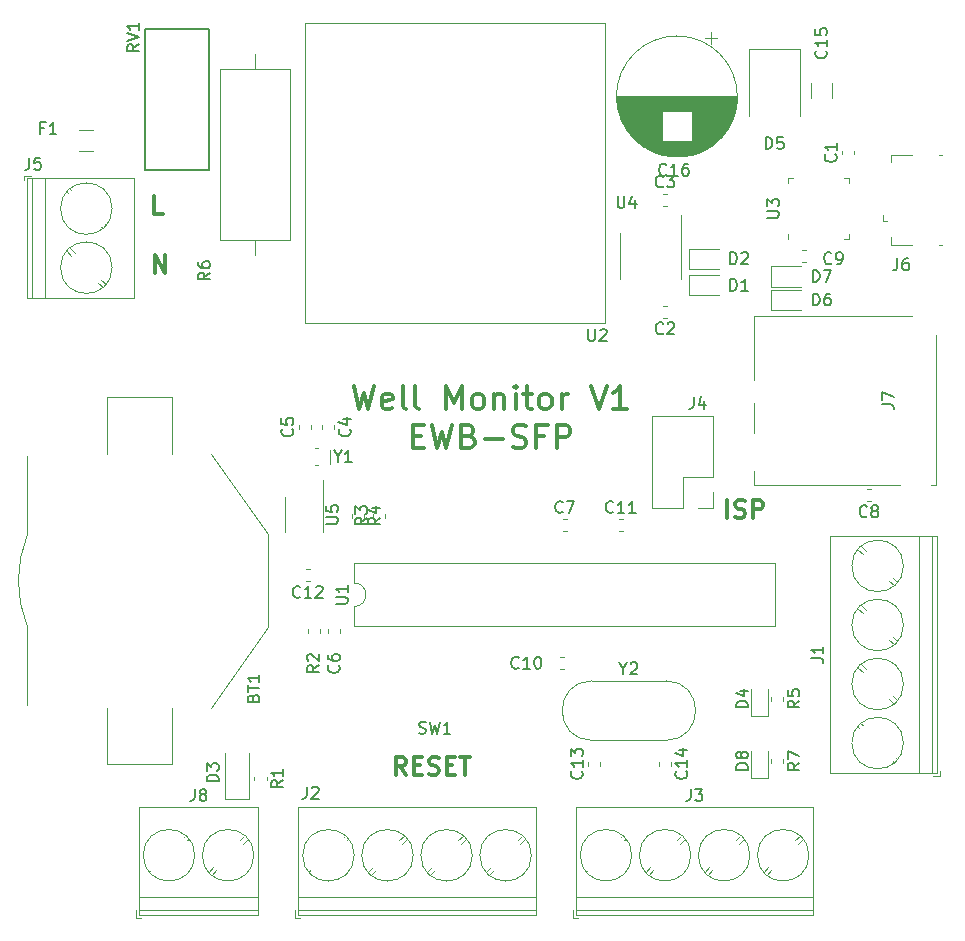
<source format=gbr>
%TF.GenerationSoftware,KiCad,Pcbnew,(5.1.6)-1*%
%TF.CreationDate,2021-11-18T16:20:29-08:00*%
%TF.ProjectId,well-monitor,77656c6c-2d6d-46f6-9e69-746f722e6b69,rev?*%
%TF.SameCoordinates,Original*%
%TF.FileFunction,Legend,Top*%
%TF.FilePolarity,Positive*%
%FSLAX46Y46*%
G04 Gerber Fmt 4.6, Leading zero omitted, Abs format (unit mm)*
G04 Created by KiCad (PCBNEW (5.1.6)-1) date 2021-11-18 16:20:29*
%MOMM*%
%LPD*%
G01*
G04 APERTURE LIST*
%ADD10C,0.300000*%
%ADD11C,0.120000*%
%ADD12C,0.150000*%
G04 APERTURE END LIST*
D10*
X127571428Y-108678571D02*
X127071428Y-107964285D01*
X126714285Y-108678571D02*
X126714285Y-107178571D01*
X127285714Y-107178571D01*
X127428571Y-107250000D01*
X127500000Y-107321428D01*
X127571428Y-107464285D01*
X127571428Y-107678571D01*
X127500000Y-107821428D01*
X127428571Y-107892857D01*
X127285714Y-107964285D01*
X126714285Y-107964285D01*
X128214285Y-107892857D02*
X128714285Y-107892857D01*
X128928571Y-108678571D02*
X128214285Y-108678571D01*
X128214285Y-107178571D01*
X128928571Y-107178571D01*
X129500000Y-108607142D02*
X129714285Y-108678571D01*
X130071428Y-108678571D01*
X130214285Y-108607142D01*
X130285714Y-108535714D01*
X130357142Y-108392857D01*
X130357142Y-108250000D01*
X130285714Y-108107142D01*
X130214285Y-108035714D01*
X130071428Y-107964285D01*
X129785714Y-107892857D01*
X129642857Y-107821428D01*
X129571428Y-107750000D01*
X129500000Y-107607142D01*
X129500000Y-107464285D01*
X129571428Y-107321428D01*
X129642857Y-107250000D01*
X129785714Y-107178571D01*
X130142857Y-107178571D01*
X130357142Y-107250000D01*
X131000000Y-107892857D02*
X131500000Y-107892857D01*
X131714285Y-108678571D02*
X131000000Y-108678571D01*
X131000000Y-107178571D01*
X131714285Y-107178571D01*
X132142857Y-107178571D02*
X133000000Y-107178571D01*
X132571428Y-108678571D02*
X132571428Y-107178571D01*
X123130952Y-75754761D02*
X123607142Y-77754761D01*
X123988095Y-76326190D01*
X124369047Y-77754761D01*
X124845238Y-75754761D01*
X126369047Y-77659523D02*
X126178571Y-77754761D01*
X125797619Y-77754761D01*
X125607142Y-77659523D01*
X125511904Y-77469047D01*
X125511904Y-76707142D01*
X125607142Y-76516666D01*
X125797619Y-76421428D01*
X126178571Y-76421428D01*
X126369047Y-76516666D01*
X126464285Y-76707142D01*
X126464285Y-76897619D01*
X125511904Y-77088095D01*
X127607142Y-77754761D02*
X127416666Y-77659523D01*
X127321428Y-77469047D01*
X127321428Y-75754761D01*
X128654761Y-77754761D02*
X128464285Y-77659523D01*
X128369047Y-77469047D01*
X128369047Y-75754761D01*
X130940476Y-77754761D02*
X130940476Y-75754761D01*
X131607142Y-77183333D01*
X132273809Y-75754761D01*
X132273809Y-77754761D01*
X133511904Y-77754761D02*
X133321428Y-77659523D01*
X133226190Y-77564285D01*
X133130952Y-77373809D01*
X133130952Y-76802380D01*
X133226190Y-76611904D01*
X133321428Y-76516666D01*
X133511904Y-76421428D01*
X133797619Y-76421428D01*
X133988095Y-76516666D01*
X134083333Y-76611904D01*
X134178571Y-76802380D01*
X134178571Y-77373809D01*
X134083333Y-77564285D01*
X133988095Y-77659523D01*
X133797619Y-77754761D01*
X133511904Y-77754761D01*
X135035714Y-76421428D02*
X135035714Y-77754761D01*
X135035714Y-76611904D02*
X135130952Y-76516666D01*
X135321428Y-76421428D01*
X135607142Y-76421428D01*
X135797619Y-76516666D01*
X135892857Y-76707142D01*
X135892857Y-77754761D01*
X136845238Y-77754761D02*
X136845238Y-76421428D01*
X136845238Y-75754761D02*
X136750000Y-75850000D01*
X136845238Y-75945238D01*
X136940476Y-75850000D01*
X136845238Y-75754761D01*
X136845238Y-75945238D01*
X137511904Y-76421428D02*
X138273809Y-76421428D01*
X137797619Y-75754761D02*
X137797619Y-77469047D01*
X137892857Y-77659523D01*
X138083333Y-77754761D01*
X138273809Y-77754761D01*
X139226190Y-77754761D02*
X139035714Y-77659523D01*
X138940476Y-77564285D01*
X138845238Y-77373809D01*
X138845238Y-76802380D01*
X138940476Y-76611904D01*
X139035714Y-76516666D01*
X139226190Y-76421428D01*
X139511904Y-76421428D01*
X139702380Y-76516666D01*
X139797619Y-76611904D01*
X139892857Y-76802380D01*
X139892857Y-77373809D01*
X139797619Y-77564285D01*
X139702380Y-77659523D01*
X139511904Y-77754761D01*
X139226190Y-77754761D01*
X140750000Y-77754761D02*
X140750000Y-76421428D01*
X140750000Y-76802380D02*
X140845238Y-76611904D01*
X140940476Y-76516666D01*
X141130952Y-76421428D01*
X141321428Y-76421428D01*
X143226190Y-75754761D02*
X143892857Y-77754761D01*
X144559523Y-75754761D01*
X146273809Y-77754761D02*
X145130952Y-77754761D01*
X145702380Y-77754761D02*
X145702380Y-75754761D01*
X145511904Y-76040476D01*
X145321428Y-76230952D01*
X145130952Y-76326190D01*
X128130952Y-80007142D02*
X128797619Y-80007142D01*
X129083333Y-81054761D02*
X128130952Y-81054761D01*
X128130952Y-79054761D01*
X129083333Y-79054761D01*
X129750000Y-79054761D02*
X130226190Y-81054761D01*
X130607142Y-79626190D01*
X130988095Y-81054761D01*
X131464285Y-79054761D01*
X132892857Y-80007142D02*
X133178571Y-80102380D01*
X133273809Y-80197619D01*
X133369047Y-80388095D01*
X133369047Y-80673809D01*
X133273809Y-80864285D01*
X133178571Y-80959523D01*
X132988095Y-81054761D01*
X132226190Y-81054761D01*
X132226190Y-79054761D01*
X132892857Y-79054761D01*
X133083333Y-79150000D01*
X133178571Y-79245238D01*
X133273809Y-79435714D01*
X133273809Y-79626190D01*
X133178571Y-79816666D01*
X133083333Y-79911904D01*
X132892857Y-80007142D01*
X132226190Y-80007142D01*
X134226190Y-80292857D02*
X135750000Y-80292857D01*
X136607142Y-80959523D02*
X136892857Y-81054761D01*
X137369047Y-81054761D01*
X137559523Y-80959523D01*
X137654761Y-80864285D01*
X137750000Y-80673809D01*
X137750000Y-80483333D01*
X137654761Y-80292857D01*
X137559523Y-80197619D01*
X137369047Y-80102380D01*
X136988095Y-80007142D01*
X136797619Y-79911904D01*
X136702380Y-79816666D01*
X136607142Y-79626190D01*
X136607142Y-79435714D01*
X136702380Y-79245238D01*
X136797619Y-79150000D01*
X136988095Y-79054761D01*
X137464285Y-79054761D01*
X137750000Y-79150000D01*
X139273809Y-80007142D02*
X138607142Y-80007142D01*
X138607142Y-81054761D02*
X138607142Y-79054761D01*
X139559523Y-79054761D01*
X140321428Y-81054761D02*
X140321428Y-79054761D01*
X141083333Y-79054761D01*
X141273809Y-79150000D01*
X141369047Y-79245238D01*
X141464285Y-79435714D01*
X141464285Y-79721428D01*
X141369047Y-79911904D01*
X141273809Y-80007142D01*
X141083333Y-80102380D01*
X140321428Y-80102380D01*
X154785714Y-86928571D02*
X154785714Y-85428571D01*
X155428571Y-86857142D02*
X155642857Y-86928571D01*
X156000000Y-86928571D01*
X156142857Y-86857142D01*
X156214285Y-86785714D01*
X156285714Y-86642857D01*
X156285714Y-86500000D01*
X156214285Y-86357142D01*
X156142857Y-86285714D01*
X156000000Y-86214285D01*
X155714285Y-86142857D01*
X155571428Y-86071428D01*
X155500000Y-86000000D01*
X155428571Y-85857142D01*
X155428571Y-85714285D01*
X155500000Y-85571428D01*
X155571428Y-85500000D01*
X155714285Y-85428571D01*
X156071428Y-85428571D01*
X156285714Y-85500000D01*
X156928571Y-86928571D02*
X156928571Y-85428571D01*
X157500000Y-85428571D01*
X157642857Y-85500000D01*
X157714285Y-85571428D01*
X157785714Y-85714285D01*
X157785714Y-85928571D01*
X157714285Y-86071428D01*
X157642857Y-86142857D01*
X157500000Y-86214285D01*
X156928571Y-86214285D01*
X106321428Y-66178571D02*
X106321428Y-64678571D01*
X107178571Y-66178571D01*
X107178571Y-64678571D01*
X106964285Y-61178571D02*
X106250000Y-61178571D01*
X106250000Y-59678571D01*
D11*
%TO.C,R7*%
X159510000Y-107337221D02*
X159510000Y-107662779D01*
X158490000Y-107337221D02*
X158490000Y-107662779D01*
%TO.C,D8*%
X156765000Y-106700000D02*
X156765000Y-108985000D01*
X156765000Y-108985000D02*
X158235000Y-108985000D01*
X158235000Y-108985000D02*
X158235000Y-106700000D01*
%TO.C,R6*%
X114750000Y-64680000D02*
X114750000Y-63430000D01*
X114750000Y-47640000D02*
X114750000Y-48890000D01*
X117720000Y-63430000D02*
X117720000Y-48890000D01*
X111780000Y-63430000D02*
X117720000Y-63430000D01*
X111780000Y-48890000D02*
X111780000Y-63430000D01*
X117720000Y-48890000D02*
X111780000Y-48890000D01*
%TO.C,U5*%
X120507512Y-86650000D02*
X120507512Y-83725000D01*
X120507512Y-86650000D02*
X120507512Y-88150000D01*
X117287512Y-86650000D02*
X117287512Y-85150000D01*
X117287512Y-86650000D02*
X117287512Y-88150000D01*
%TO.C,D7*%
X158500000Y-65650000D02*
X161050000Y-65650000D01*
X158500000Y-67350000D02*
X161050000Y-67350000D01*
X158500000Y-65650000D02*
X158500000Y-67350000D01*
%TO.C,D6*%
X158500000Y-67650000D02*
X161050000Y-67650000D01*
X158500000Y-69350000D02*
X161050000Y-69350000D01*
X158500000Y-67650000D02*
X158500000Y-69350000D01*
%TO.C,C15*%
X161840000Y-50147936D02*
X161840000Y-51352064D01*
X163660000Y-50147936D02*
X163660000Y-51352064D01*
%TO.C,J6*%
X167940000Y-61760000D02*
X168330000Y-61760000D01*
X167940000Y-61760000D02*
X167940000Y-61310000D01*
X168640000Y-56190000D02*
X168640000Y-56840000D01*
X170370000Y-56190000D02*
X168640000Y-56190000D01*
X172940000Y-63810000D02*
X172730000Y-63810000D01*
X172940000Y-56190000D02*
X172730000Y-56190000D01*
X170370000Y-63810000D02*
X168640000Y-63810000D01*
X168640000Y-63810000D02*
X168640000Y-63150000D01*
%TO.C,J8*%
X109680000Y-115500000D02*
G75*
G03*
X109680000Y-115500000I-2180000J0D01*
G01*
X114680000Y-115500000D02*
G75*
G03*
X114680000Y-115500000I-2180000J0D01*
G01*
X104940000Y-120100000D02*
X115060000Y-120100000D01*
X104940000Y-119000000D02*
X115060000Y-119000000D01*
X104940000Y-111440000D02*
X115060000Y-111440000D01*
X104940000Y-120560000D02*
X115060000Y-120560000D01*
X104940000Y-111440000D02*
X104940000Y-120560000D01*
X115060000Y-111440000D02*
X115060000Y-120560000D01*
X109154000Y-114112000D02*
X109047000Y-114219000D01*
X106218000Y-117047000D02*
X106112000Y-117154000D01*
X108888000Y-113846000D02*
X108781000Y-113953000D01*
X105952000Y-116781000D02*
X105846000Y-116888000D01*
X114154000Y-114112000D02*
X113759000Y-114508000D01*
X111493000Y-116774000D02*
X111113000Y-117154000D01*
X113888000Y-113846000D02*
X113508000Y-114226000D01*
X111242000Y-116492000D02*
X110847000Y-116888000D01*
X104700000Y-120160000D02*
X104700000Y-120800000D01*
X104700000Y-120800000D02*
X105100000Y-120800000D01*
%TO.C,J5*%
X102680000Y-60750000D02*
G75*
G03*
X102680000Y-60750000I-2180000J0D01*
G01*
X102680000Y-65750000D02*
G75*
G03*
X102680000Y-65750000I-2180000J0D01*
G01*
X95900000Y-58190000D02*
X95900000Y-68310000D01*
X97000000Y-58190000D02*
X97000000Y-68310000D01*
X104560000Y-58190000D02*
X104560000Y-68310000D01*
X95440000Y-58190000D02*
X95440000Y-68310000D01*
X104560000Y-58190000D02*
X95440000Y-58190000D01*
X104560000Y-68310000D02*
X95440000Y-68310000D01*
X101888000Y-62404000D02*
X101781000Y-62297000D01*
X98953000Y-59468000D02*
X98846000Y-59362000D01*
X102154000Y-62138000D02*
X102047000Y-62031000D01*
X99219000Y-59202000D02*
X99112000Y-59096000D01*
X101888000Y-67404000D02*
X101492000Y-67009000D01*
X99226000Y-64743000D02*
X98846000Y-64363000D01*
X102154000Y-67138000D02*
X101774000Y-66758000D01*
X99508000Y-64492000D02*
X99112000Y-64097000D01*
X95840000Y-57950000D02*
X95200000Y-57950000D01*
X95200000Y-57950000D02*
X95200000Y-58350000D01*
%TO.C,J3*%
X141700000Y-120800000D02*
X142100000Y-120800000D01*
X141700000Y-120160000D02*
X141700000Y-120800000D01*
X158242000Y-116492000D02*
X157847000Y-116888000D01*
X160888000Y-113846000D02*
X160508000Y-114226000D01*
X158493000Y-116774000D02*
X158113000Y-117154000D01*
X161154000Y-114112000D02*
X160759000Y-114508000D01*
X153242000Y-116492000D02*
X152847000Y-116888000D01*
X155888000Y-113846000D02*
X155508000Y-114226000D01*
X153493000Y-116774000D02*
X153113000Y-117154000D01*
X156154000Y-114112000D02*
X155759000Y-114508000D01*
X148242000Y-116492000D02*
X147847000Y-116888000D01*
X150888000Y-113846000D02*
X150508000Y-114226000D01*
X148493000Y-116774000D02*
X148113000Y-117154000D01*
X151154000Y-114112000D02*
X150759000Y-114508000D01*
X142952000Y-116781000D02*
X142846000Y-116888000D01*
X145888000Y-113846000D02*
X145781000Y-113953000D01*
X143218000Y-117047000D02*
X143112000Y-117154000D01*
X146154000Y-114112000D02*
X146047000Y-114219000D01*
X162061000Y-111440000D02*
X162061000Y-120560000D01*
X141940000Y-111440000D02*
X141940000Y-120560000D01*
X141940000Y-120560000D02*
X162061000Y-120560000D01*
X141940000Y-111440000D02*
X162061000Y-111440000D01*
X141940000Y-119000000D02*
X162061000Y-119000000D01*
X141940000Y-120100000D02*
X162061000Y-120100000D01*
X161680000Y-115500000D02*
G75*
G03*
X161680000Y-115500000I-2180000J0D01*
G01*
X156680000Y-115500000D02*
G75*
G03*
X156680000Y-115500000I-2180000J0D01*
G01*
X151680000Y-115500000D02*
G75*
G03*
X151680000Y-115500000I-2180000J0D01*
G01*
X146680000Y-115500000D02*
G75*
G03*
X146680000Y-115500000I-2180000J0D01*
G01*
%TO.C,J2*%
X118200000Y-120800000D02*
X118600000Y-120800000D01*
X118200000Y-120160000D02*
X118200000Y-120800000D01*
X134742000Y-116492000D02*
X134347000Y-116888000D01*
X137388000Y-113846000D02*
X137008000Y-114226000D01*
X134993000Y-116774000D02*
X134613000Y-117154000D01*
X137654000Y-114112000D02*
X137259000Y-114508000D01*
X129742000Y-116492000D02*
X129347000Y-116888000D01*
X132388000Y-113846000D02*
X132008000Y-114226000D01*
X129993000Y-116774000D02*
X129613000Y-117154000D01*
X132654000Y-114112000D02*
X132259000Y-114508000D01*
X124742000Y-116492000D02*
X124347000Y-116888000D01*
X127388000Y-113846000D02*
X127008000Y-114226000D01*
X124993000Y-116774000D02*
X124613000Y-117154000D01*
X127654000Y-114112000D02*
X127259000Y-114508000D01*
X119452000Y-116781000D02*
X119346000Y-116888000D01*
X122388000Y-113846000D02*
X122281000Y-113953000D01*
X119718000Y-117047000D02*
X119612000Y-117154000D01*
X122654000Y-114112000D02*
X122547000Y-114219000D01*
X138561000Y-111440000D02*
X138561000Y-120560000D01*
X118440000Y-111440000D02*
X118440000Y-120560000D01*
X118440000Y-120560000D02*
X138561000Y-120560000D01*
X118440000Y-111440000D02*
X138561000Y-111440000D01*
X118440000Y-119000000D02*
X138561000Y-119000000D01*
X118440000Y-120100000D02*
X138561000Y-120100000D01*
X138180000Y-115500000D02*
G75*
G03*
X138180000Y-115500000I-2180000J0D01*
G01*
X133180000Y-115500000D02*
G75*
G03*
X133180000Y-115500000I-2180000J0D01*
G01*
X128180000Y-115500000D02*
G75*
G03*
X128180000Y-115500000I-2180000J0D01*
G01*
X123180000Y-115500000D02*
G75*
G03*
X123180000Y-115500000I-2180000J0D01*
G01*
%TO.C,J1*%
X172800000Y-108800000D02*
X172800000Y-108400000D01*
X172160000Y-108800000D02*
X172800000Y-108800000D01*
X168492000Y-92258000D02*
X168888000Y-92653000D01*
X165846000Y-89612000D02*
X166226000Y-89992000D01*
X168774000Y-92007000D02*
X169154000Y-92387000D01*
X166112000Y-89346000D02*
X166508000Y-89741000D01*
X168492000Y-97258000D02*
X168888000Y-97653000D01*
X165846000Y-94612000D02*
X166226000Y-94992000D01*
X168774000Y-97007000D02*
X169154000Y-97387000D01*
X166112000Y-94346000D02*
X166508000Y-94741000D01*
X168492000Y-102258000D02*
X168888000Y-102653000D01*
X165846000Y-99612000D02*
X166226000Y-99992000D01*
X168774000Y-102007000D02*
X169154000Y-102387000D01*
X166112000Y-99346000D02*
X166508000Y-99741000D01*
X168781000Y-107548000D02*
X168888000Y-107654000D01*
X165846000Y-104612000D02*
X165953000Y-104719000D01*
X169047000Y-107282000D02*
X169154000Y-107388000D01*
X166112000Y-104346000D02*
X166219000Y-104453000D01*
X163440000Y-88439000D02*
X172560000Y-88439000D01*
X163440000Y-108560000D02*
X172560000Y-108560000D01*
X172560000Y-108560000D02*
X172560000Y-88439000D01*
X163440000Y-108560000D02*
X163440000Y-88439000D01*
X171000000Y-108560000D02*
X171000000Y-88439000D01*
X172100000Y-108560000D02*
X172100000Y-88439000D01*
X169680000Y-91000000D02*
G75*
G03*
X169680000Y-91000000I-2180000J0D01*
G01*
X169680000Y-96000000D02*
G75*
G03*
X169680000Y-96000000I-2180000J0D01*
G01*
X169680000Y-101000000D02*
G75*
G03*
X169680000Y-101000000I-2180000J0D01*
G01*
X169680000Y-106000000D02*
G75*
G03*
X169680000Y-106000000I-2180000J0D01*
G01*
%TO.C,BT1*%
X102250000Y-76700000D02*
X102250000Y-81500000D01*
X107750000Y-76700000D02*
X102250000Y-76700000D01*
X107750000Y-81500000D02*
X107750000Y-76700000D01*
X107750000Y-107800000D02*
X107750000Y-103000000D01*
X102250000Y-107800000D02*
X107750000Y-107800000D01*
X102250000Y-103000000D02*
X102250000Y-107800000D01*
X95500000Y-81700000D02*
X95500000Y-88400000D01*
X95500000Y-102800000D02*
X95500000Y-96100000D01*
X115850000Y-88300000D02*
X111050000Y-81500000D01*
X115850000Y-96200000D02*
X115850000Y-88300000D01*
X111050000Y-103050000D02*
X115850000Y-96200000D01*
X95498536Y-96096385D02*
G75*
G02*
X95500000Y-88400000I9501464J3846385D01*
G01*
D12*
%TO.C,RV1*%
X105500000Y-57500000D02*
X110900000Y-57500000D01*
X105500000Y-45500000D02*
X110900000Y-45500000D01*
X105500000Y-57500000D02*
X105500000Y-45500000D01*
X110900000Y-57500000D02*
X110900000Y-45500000D01*
D11*
%TO.C,D5*%
X160900000Y-47200000D02*
X160900000Y-52900000D01*
X156600000Y-47200000D02*
X156600000Y-52900000D01*
X160900000Y-47200000D02*
X156600000Y-47200000D01*
%TO.C,C16*%
X153875000Y-46270354D02*
X152875000Y-46270354D01*
X153375000Y-45770354D02*
X153375000Y-46770354D01*
X151099000Y-56331000D02*
X149901000Y-56331000D01*
X151362000Y-56291000D02*
X149638000Y-56291000D01*
X151562000Y-56251000D02*
X149438000Y-56251000D01*
X151730000Y-56211000D02*
X149270000Y-56211000D01*
X151878000Y-56171000D02*
X149122000Y-56171000D01*
X152010000Y-56131000D02*
X148990000Y-56131000D01*
X152130000Y-56091000D02*
X148870000Y-56091000D01*
X152242000Y-56051000D02*
X148758000Y-56051000D01*
X152346000Y-56011000D02*
X148654000Y-56011000D01*
X152444000Y-55971000D02*
X148556000Y-55971000D01*
X152537000Y-55931000D02*
X148463000Y-55931000D01*
X152625000Y-55891000D02*
X148375000Y-55891000D01*
X152709000Y-55851000D02*
X148291000Y-55851000D01*
X152789000Y-55811000D02*
X148211000Y-55811000D01*
X152865000Y-55771000D02*
X148135000Y-55771000D01*
X152939000Y-55731000D02*
X148061000Y-55731000D01*
X153010000Y-55691000D02*
X147990000Y-55691000D01*
X153079000Y-55651000D02*
X147921000Y-55651000D01*
X153145000Y-55611000D02*
X147855000Y-55611000D01*
X153209000Y-55571000D02*
X147791000Y-55571000D01*
X153270000Y-55531000D02*
X147730000Y-55531000D01*
X153330000Y-55491000D02*
X147670000Y-55491000D01*
X153389000Y-55451000D02*
X147611000Y-55451000D01*
X153445000Y-55411000D02*
X147555000Y-55411000D01*
X153500000Y-55371000D02*
X147500000Y-55371000D01*
X153554000Y-55331000D02*
X147446000Y-55331000D01*
X153606000Y-55291000D02*
X147394000Y-55291000D01*
X153656000Y-55251000D02*
X147344000Y-55251000D01*
X153706000Y-55211000D02*
X147294000Y-55211000D01*
X153754000Y-55171000D02*
X147246000Y-55171000D01*
X153801000Y-55131000D02*
X147199000Y-55131000D01*
X153847000Y-55091000D02*
X147153000Y-55091000D01*
X153892000Y-55051000D02*
X147108000Y-55051000D01*
X153936000Y-55011000D02*
X147064000Y-55011000D01*
X149259000Y-54971000D02*
X147022000Y-54971000D01*
X153978000Y-54971000D02*
X151741000Y-54971000D01*
X149259000Y-54931000D02*
X146980000Y-54931000D01*
X154020000Y-54931000D02*
X151741000Y-54931000D01*
X149259000Y-54891000D02*
X146939000Y-54891000D01*
X154061000Y-54891000D02*
X151741000Y-54891000D01*
X149259000Y-54851000D02*
X146899000Y-54851000D01*
X154101000Y-54851000D02*
X151741000Y-54851000D01*
X149259000Y-54811000D02*
X146860000Y-54811000D01*
X154140000Y-54811000D02*
X151741000Y-54811000D01*
X149259000Y-54771000D02*
X146821000Y-54771000D01*
X154179000Y-54771000D02*
X151741000Y-54771000D01*
X149259000Y-54731000D02*
X146784000Y-54731000D01*
X154216000Y-54731000D02*
X151741000Y-54731000D01*
X149259000Y-54691000D02*
X146747000Y-54691000D01*
X154253000Y-54691000D02*
X151741000Y-54691000D01*
X149259000Y-54651000D02*
X146711000Y-54651000D01*
X154289000Y-54651000D02*
X151741000Y-54651000D01*
X149259000Y-54611000D02*
X146676000Y-54611000D01*
X154324000Y-54611000D02*
X151741000Y-54611000D01*
X149259000Y-54571000D02*
X146642000Y-54571000D01*
X154358000Y-54571000D02*
X151741000Y-54571000D01*
X149259000Y-54531000D02*
X146608000Y-54531000D01*
X154392000Y-54531000D02*
X151741000Y-54531000D01*
X149259000Y-54491000D02*
X146575000Y-54491000D01*
X154425000Y-54491000D02*
X151741000Y-54491000D01*
X149259000Y-54451000D02*
X146543000Y-54451000D01*
X154457000Y-54451000D02*
X151741000Y-54451000D01*
X149259000Y-54411000D02*
X146511000Y-54411000D01*
X154489000Y-54411000D02*
X151741000Y-54411000D01*
X149259000Y-54371000D02*
X146480000Y-54371000D01*
X154520000Y-54371000D02*
X151741000Y-54371000D01*
X149259000Y-54331000D02*
X146450000Y-54331000D01*
X154550000Y-54331000D02*
X151741000Y-54331000D01*
X149259000Y-54291000D02*
X146420000Y-54291000D01*
X154580000Y-54291000D02*
X151741000Y-54291000D01*
X149259000Y-54251000D02*
X146390000Y-54251000D01*
X154610000Y-54251000D02*
X151741000Y-54251000D01*
X149259000Y-54211000D02*
X146362000Y-54211000D01*
X154638000Y-54211000D02*
X151741000Y-54211000D01*
X149259000Y-54171000D02*
X146334000Y-54171000D01*
X154666000Y-54171000D02*
X151741000Y-54171000D01*
X149259000Y-54131000D02*
X146306000Y-54131000D01*
X154694000Y-54131000D02*
X151741000Y-54131000D01*
X149259000Y-54091000D02*
X146279000Y-54091000D01*
X154721000Y-54091000D02*
X151741000Y-54091000D01*
X149259000Y-54051000D02*
X146253000Y-54051000D01*
X154747000Y-54051000D02*
X151741000Y-54051000D01*
X149259000Y-54011000D02*
X146227000Y-54011000D01*
X154773000Y-54011000D02*
X151741000Y-54011000D01*
X149259000Y-53971000D02*
X146202000Y-53971000D01*
X154798000Y-53971000D02*
X151741000Y-53971000D01*
X149259000Y-53931000D02*
X146177000Y-53931000D01*
X154823000Y-53931000D02*
X151741000Y-53931000D01*
X149259000Y-53891000D02*
X146153000Y-53891000D01*
X154847000Y-53891000D02*
X151741000Y-53891000D01*
X149259000Y-53851000D02*
X146129000Y-53851000D01*
X154871000Y-53851000D02*
X151741000Y-53851000D01*
X149259000Y-53811000D02*
X146105000Y-53811000D01*
X154895000Y-53811000D02*
X151741000Y-53811000D01*
X149259000Y-53771000D02*
X146083000Y-53771000D01*
X154917000Y-53771000D02*
X151741000Y-53771000D01*
X149259000Y-53731000D02*
X146060000Y-53731000D01*
X154940000Y-53731000D02*
X151741000Y-53731000D01*
X149259000Y-53691000D02*
X146038000Y-53691000D01*
X154962000Y-53691000D02*
X151741000Y-53691000D01*
X149259000Y-53651000D02*
X146017000Y-53651000D01*
X154983000Y-53651000D02*
X151741000Y-53651000D01*
X149259000Y-53611000D02*
X145996000Y-53611000D01*
X155004000Y-53611000D02*
X151741000Y-53611000D01*
X149259000Y-53571000D02*
X145975000Y-53571000D01*
X155025000Y-53571000D02*
X151741000Y-53571000D01*
X149259000Y-53531000D02*
X145955000Y-53531000D01*
X155045000Y-53531000D02*
X151741000Y-53531000D01*
X149259000Y-53491000D02*
X145936000Y-53491000D01*
X155064000Y-53491000D02*
X151741000Y-53491000D01*
X149259000Y-53451000D02*
X145916000Y-53451000D01*
X155084000Y-53451000D02*
X151741000Y-53451000D01*
X149259000Y-53411000D02*
X145897000Y-53411000D01*
X155103000Y-53411000D02*
X151741000Y-53411000D01*
X149259000Y-53371000D02*
X145879000Y-53371000D01*
X155121000Y-53371000D02*
X151741000Y-53371000D01*
X149259000Y-53331000D02*
X145861000Y-53331000D01*
X155139000Y-53331000D02*
X151741000Y-53331000D01*
X149259000Y-53291000D02*
X145843000Y-53291000D01*
X155157000Y-53291000D02*
X151741000Y-53291000D01*
X149259000Y-53251000D02*
X145826000Y-53251000D01*
X155174000Y-53251000D02*
X151741000Y-53251000D01*
X149259000Y-53211000D02*
X145810000Y-53211000D01*
X155190000Y-53211000D02*
X151741000Y-53211000D01*
X149259000Y-53171000D02*
X145793000Y-53171000D01*
X155207000Y-53171000D02*
X151741000Y-53171000D01*
X149259000Y-53131000D02*
X145777000Y-53131000D01*
X155223000Y-53131000D02*
X151741000Y-53131000D01*
X149259000Y-53091000D02*
X145762000Y-53091000D01*
X155238000Y-53091000D02*
X151741000Y-53091000D01*
X149259000Y-53051000D02*
X145746000Y-53051000D01*
X155254000Y-53051000D02*
X151741000Y-53051000D01*
X149259000Y-53011000D02*
X145732000Y-53011000D01*
X155268000Y-53011000D02*
X151741000Y-53011000D01*
X149259000Y-52971000D02*
X145717000Y-52971000D01*
X155283000Y-52971000D02*
X151741000Y-52971000D01*
X149259000Y-52931000D02*
X145703000Y-52931000D01*
X155297000Y-52931000D02*
X151741000Y-52931000D01*
X149259000Y-52891000D02*
X145689000Y-52891000D01*
X155311000Y-52891000D02*
X151741000Y-52891000D01*
X149259000Y-52851000D02*
X145676000Y-52851000D01*
X155324000Y-52851000D02*
X151741000Y-52851000D01*
X149259000Y-52811000D02*
X145663000Y-52811000D01*
X155337000Y-52811000D02*
X151741000Y-52811000D01*
X149259000Y-52771000D02*
X145650000Y-52771000D01*
X155350000Y-52771000D02*
X151741000Y-52771000D01*
X149259000Y-52731000D02*
X145638000Y-52731000D01*
X155362000Y-52731000D02*
X151741000Y-52731000D01*
X149259000Y-52691000D02*
X145626000Y-52691000D01*
X155374000Y-52691000D02*
X151741000Y-52691000D01*
X149259000Y-52651000D02*
X145615000Y-52651000D01*
X155385000Y-52651000D02*
X151741000Y-52651000D01*
X149259000Y-52611000D02*
X145603000Y-52611000D01*
X155397000Y-52611000D02*
X151741000Y-52611000D01*
X149259000Y-52571000D02*
X145593000Y-52571000D01*
X155407000Y-52571000D02*
X151741000Y-52571000D01*
X149259000Y-52531000D02*
X145582000Y-52531000D01*
X155418000Y-52531000D02*
X151741000Y-52531000D01*
X155428000Y-52491000D02*
X145572000Y-52491000D01*
X155438000Y-52451000D02*
X145562000Y-52451000D01*
X155447000Y-52411000D02*
X145553000Y-52411000D01*
X155456000Y-52371000D02*
X145544000Y-52371000D01*
X155465000Y-52331000D02*
X145535000Y-52331000D01*
X155474000Y-52291000D02*
X145526000Y-52291000D01*
X155482000Y-52251000D02*
X145518000Y-52251000D01*
X155490000Y-52211000D02*
X145510000Y-52211000D01*
X155497000Y-52171000D02*
X145503000Y-52171000D01*
X155504000Y-52131000D02*
X145496000Y-52131000D01*
X155511000Y-52091000D02*
X145489000Y-52091000D01*
X155518000Y-52051000D02*
X145482000Y-52051000D01*
X155524000Y-52011000D02*
X145476000Y-52011000D01*
X155530000Y-51971000D02*
X145470000Y-51971000D01*
X155535000Y-51930000D02*
X145465000Y-51930000D01*
X155540000Y-51890000D02*
X145460000Y-51890000D01*
X155545000Y-51850000D02*
X145455000Y-51850000D01*
X155550000Y-51810000D02*
X145450000Y-51810000D01*
X155554000Y-51770000D02*
X145446000Y-51770000D01*
X155558000Y-51730000D02*
X145442000Y-51730000D01*
X155562000Y-51690000D02*
X145438000Y-51690000D01*
X155565000Y-51650000D02*
X145435000Y-51650000D01*
X155568000Y-51610000D02*
X145432000Y-51610000D01*
X155570000Y-51570000D02*
X145430000Y-51570000D01*
X155573000Y-51530000D02*
X145427000Y-51530000D01*
X155575000Y-51490000D02*
X145425000Y-51490000D01*
X155577000Y-51450000D02*
X145423000Y-51450000D01*
X155578000Y-51410000D02*
X145422000Y-51410000D01*
X155579000Y-51370000D02*
X145421000Y-51370000D01*
X155580000Y-51330000D02*
X145420000Y-51330000D01*
X155580000Y-51290000D02*
X145420000Y-51290000D01*
X155580000Y-51250000D02*
X145420000Y-51250000D01*
X155620000Y-51250000D02*
G75*
G03*
X155620000Y-51250000I-5120000J0D01*
G01*
%TO.C,Y2*%
X143315000Y-105775000D02*
X149565000Y-105775000D01*
X143315000Y-100725000D02*
X149565000Y-100725000D01*
X149565000Y-105775000D02*
G75*
G03*
X149565000Y-100725000I0J2525000D01*
G01*
X143315000Y-105775000D02*
G75*
G02*
X143315000Y-100725000I0J2525000D01*
G01*
%TO.C,Y1*%
X121100000Y-82350000D02*
X121100000Y-81150000D01*
X120100000Y-81050000D02*
X119900000Y-81050000D01*
X120100000Y-82450000D02*
X119900000Y-82450000D01*
%TO.C,U4*%
X150810000Y-64750000D02*
X150810000Y-61300000D01*
X150810000Y-64750000D02*
X150810000Y-66700000D01*
X145690000Y-64750000D02*
X145690000Y-62800000D01*
X145690000Y-64750000D02*
X145690000Y-66700000D01*
%TO.C,U3*%
X159890000Y-62885000D02*
X159890000Y-63360000D01*
X165110000Y-58140000D02*
X164635000Y-58140000D01*
X165110000Y-58615000D02*
X165110000Y-58140000D01*
X165110000Y-63360000D02*
X164635000Y-63360000D01*
X165110000Y-62885000D02*
X165110000Y-63360000D01*
X159890000Y-58140000D02*
X160365000Y-58140000D01*
X159890000Y-58615000D02*
X159890000Y-58140000D01*
%TO.C,U2*%
X119050000Y-70450000D02*
X119050000Y-45050000D01*
X144450000Y-70450000D02*
X119050000Y-70450000D01*
X144450000Y-45050000D02*
X144450000Y-70450000D01*
X119050000Y-45050000D02*
X144450000Y-45050000D01*
%TO.C,R5*%
X158490000Y-102087221D02*
X158490000Y-102412779D01*
X159510000Y-102087221D02*
X159510000Y-102412779D01*
%TO.C,R4*%
X122990000Y-86587221D02*
X122990000Y-86912779D01*
X124010000Y-86587221D02*
X124010000Y-86912779D01*
%TO.C,R3*%
X125760000Y-86912779D02*
X125760000Y-86587221D01*
X124740000Y-86912779D02*
X124740000Y-86587221D01*
%TO.C,R2*%
X119240000Y-96374721D02*
X119240000Y-96700279D01*
X120260000Y-96374721D02*
X120260000Y-96700279D01*
%TO.C,R1*%
X114740000Y-108837221D02*
X114740000Y-109162779D01*
X115760000Y-108837221D02*
X115760000Y-109162779D01*
%TO.C,J7*%
X171990641Y-84124700D02*
X172471600Y-84124700D01*
X172471600Y-84124700D02*
X172471600Y-71431241D01*
X170420162Y-69875300D02*
X157028400Y-69875300D01*
X157028400Y-69875300D02*
X157028400Y-75269560D01*
X157028400Y-84124700D02*
X169420161Y-84124700D01*
X157028400Y-77230440D02*
X157028400Y-79732024D01*
X157028400Y-82930440D02*
X157028400Y-84124700D01*
%TO.C,J4*%
X153580000Y-86080000D02*
X152250000Y-86080000D01*
X153580000Y-84750000D02*
X153580000Y-86080000D01*
X150980000Y-86080000D02*
X148380000Y-86080000D01*
X150980000Y-83480000D02*
X150980000Y-86080000D01*
X153580000Y-83480000D02*
X150980000Y-83480000D01*
X148380000Y-86080000D02*
X148380000Y-78340000D01*
X153580000Y-83480000D02*
X153580000Y-78340000D01*
X153580000Y-78340000D02*
X148380000Y-78340000D01*
%TO.C,F1*%
X101102064Y-54090000D02*
X99897936Y-54090000D01*
X101102064Y-55910000D02*
X99897936Y-55910000D01*
%TO.C,D4*%
X158235000Y-103735000D02*
X158235000Y-101450000D01*
X156765000Y-103735000D02*
X158235000Y-103735000D01*
X156765000Y-101450000D02*
X156765000Y-103735000D01*
%TO.C,D3*%
X112250000Y-110750000D02*
X112250000Y-106850000D01*
X114250000Y-110750000D02*
X114250000Y-106850000D01*
X112250000Y-110750000D02*
X114250000Y-110750000D01*
%TO.C,D2*%
X151500000Y-64150000D02*
X154050000Y-64150000D01*
X151500000Y-65850000D02*
X154050000Y-65850000D01*
X151500000Y-64150000D02*
X151500000Y-65850000D01*
%TO.C,D1*%
X151500000Y-66400000D02*
X154050000Y-66400000D01*
X151500000Y-68100000D02*
X154050000Y-68100000D01*
X151500000Y-66400000D02*
X151500000Y-68100000D01*
%TO.C,C14*%
X148990000Y-107587221D02*
X148990000Y-107912779D01*
X150010000Y-107587221D02*
X150010000Y-107912779D01*
%TO.C,C13*%
X144010000Y-107912779D02*
X144010000Y-107587221D01*
X142990000Y-107912779D02*
X142990000Y-107587221D01*
%TO.C,C12*%
X119087221Y-92260000D02*
X119412779Y-92260000D01*
X119087221Y-91240000D02*
X119412779Y-91240000D01*
%TO.C,C11*%
X145587221Y-88010000D02*
X145912779Y-88010000D01*
X145587221Y-86990000D02*
X145912779Y-86990000D01*
%TO.C,C10*%
X140912779Y-98740000D02*
X140587221Y-98740000D01*
X140912779Y-99760000D02*
X140587221Y-99760000D01*
%TO.C,C9*%
X161412779Y-64240000D02*
X161087221Y-64240000D01*
X161412779Y-65260000D02*
X161087221Y-65260000D01*
%TO.C,C8*%
X166912779Y-84490000D02*
X166587221Y-84490000D01*
X166912779Y-85510000D02*
X166587221Y-85510000D01*
%TO.C,C7*%
X140837221Y-88010000D02*
X141162779Y-88010000D01*
X140837221Y-86990000D02*
X141162779Y-86990000D01*
%TO.C,C6*%
X120990000Y-96337221D02*
X120990000Y-96662779D01*
X122010000Y-96337221D02*
X122010000Y-96662779D01*
%TO.C,C5*%
X119510000Y-79412779D02*
X119510000Y-79087221D01*
X118490000Y-79412779D02*
X118490000Y-79087221D01*
%TO.C,C4*%
X120490000Y-79087221D02*
X120490000Y-79412779D01*
X121510000Y-79087221D02*
X121510000Y-79412779D01*
%TO.C,C3*%
X149662779Y-59490000D02*
X149337221Y-59490000D01*
X149662779Y-60510000D02*
X149337221Y-60510000D01*
%TO.C,C2*%
X149662779Y-68990000D02*
X149337221Y-68990000D01*
X149662779Y-70010000D02*
X149337221Y-70010000D01*
%TO.C,C1*%
X165510000Y-56162779D02*
X165510000Y-55837221D01*
X164490000Y-56162779D02*
X164490000Y-55837221D01*
%TO.C,U1*%
X123170000Y-90790000D02*
X123170000Y-92440000D01*
X158850000Y-90790000D02*
X123170000Y-90790000D01*
X158850000Y-96090000D02*
X158850000Y-90790000D01*
X123170000Y-96090000D02*
X158850000Y-96090000D01*
X123170000Y-94440000D02*
X123170000Y-96090000D01*
X123170000Y-92440000D02*
G75*
G02*
X123170000Y-94440000I0J-1000000D01*
G01*
%TO.C,R7*%
D12*
X160882380Y-107666666D02*
X160406190Y-108000000D01*
X160882380Y-108238095D02*
X159882380Y-108238095D01*
X159882380Y-107857142D01*
X159930000Y-107761904D01*
X159977619Y-107714285D01*
X160072857Y-107666666D01*
X160215714Y-107666666D01*
X160310952Y-107714285D01*
X160358571Y-107761904D01*
X160406190Y-107857142D01*
X160406190Y-108238095D01*
X159882380Y-107333333D02*
X159882380Y-106666666D01*
X160882380Y-107095238D01*
%TO.C,D8*%
X156522380Y-108238095D02*
X155522380Y-108238095D01*
X155522380Y-108000000D01*
X155570000Y-107857142D01*
X155665238Y-107761904D01*
X155760476Y-107714285D01*
X155950952Y-107666666D01*
X156093809Y-107666666D01*
X156284285Y-107714285D01*
X156379523Y-107761904D01*
X156474761Y-107857142D01*
X156522380Y-108000000D01*
X156522380Y-108238095D01*
X155950952Y-107095238D02*
X155903333Y-107190476D01*
X155855714Y-107238095D01*
X155760476Y-107285714D01*
X155712857Y-107285714D01*
X155617619Y-107238095D01*
X155570000Y-107190476D01*
X155522380Y-107095238D01*
X155522380Y-106904761D01*
X155570000Y-106809523D01*
X155617619Y-106761904D01*
X155712857Y-106714285D01*
X155760476Y-106714285D01*
X155855714Y-106761904D01*
X155903333Y-106809523D01*
X155950952Y-106904761D01*
X155950952Y-107095238D01*
X155998571Y-107190476D01*
X156046190Y-107238095D01*
X156141428Y-107285714D01*
X156331904Y-107285714D01*
X156427142Y-107238095D01*
X156474761Y-107190476D01*
X156522380Y-107095238D01*
X156522380Y-106904761D01*
X156474761Y-106809523D01*
X156427142Y-106761904D01*
X156331904Y-106714285D01*
X156141428Y-106714285D01*
X156046190Y-106761904D01*
X155998571Y-106809523D01*
X155950952Y-106904761D01*
%TO.C,R6*%
X110952380Y-66166666D02*
X110476190Y-66500000D01*
X110952380Y-66738095D02*
X109952380Y-66738095D01*
X109952380Y-66357142D01*
X110000000Y-66261904D01*
X110047619Y-66214285D01*
X110142857Y-66166666D01*
X110285714Y-66166666D01*
X110380952Y-66214285D01*
X110428571Y-66261904D01*
X110476190Y-66357142D01*
X110476190Y-66738095D01*
X109952380Y-65309523D02*
X109952380Y-65500000D01*
X110000000Y-65595238D01*
X110047619Y-65642857D01*
X110190476Y-65738095D01*
X110380952Y-65785714D01*
X110761904Y-65785714D01*
X110857142Y-65738095D01*
X110904761Y-65690476D01*
X110952380Y-65595238D01*
X110952380Y-65404761D01*
X110904761Y-65309523D01*
X110857142Y-65261904D01*
X110761904Y-65214285D01*
X110523809Y-65214285D01*
X110428571Y-65261904D01*
X110380952Y-65309523D01*
X110333333Y-65404761D01*
X110333333Y-65595238D01*
X110380952Y-65690476D01*
X110428571Y-65738095D01*
X110523809Y-65785714D01*
%TO.C,U5*%
X120799892Y-87411904D02*
X121609416Y-87411904D01*
X121704654Y-87364285D01*
X121752273Y-87316666D01*
X121799892Y-87221428D01*
X121799892Y-87030952D01*
X121752273Y-86935714D01*
X121704654Y-86888095D01*
X121609416Y-86840476D01*
X120799892Y-86840476D01*
X120799892Y-85888095D02*
X120799892Y-86364285D01*
X121276083Y-86411904D01*
X121228464Y-86364285D01*
X121180845Y-86269047D01*
X121180845Y-86030952D01*
X121228464Y-85935714D01*
X121276083Y-85888095D01*
X121371321Y-85840476D01*
X121609416Y-85840476D01*
X121704654Y-85888095D01*
X121752273Y-85935714D01*
X121799892Y-86030952D01*
X121799892Y-86269047D01*
X121752273Y-86364285D01*
X121704654Y-86411904D01*
%TO.C,D7*%
X162011904Y-66952380D02*
X162011904Y-65952380D01*
X162250000Y-65952380D01*
X162392857Y-66000000D01*
X162488095Y-66095238D01*
X162535714Y-66190476D01*
X162583333Y-66380952D01*
X162583333Y-66523809D01*
X162535714Y-66714285D01*
X162488095Y-66809523D01*
X162392857Y-66904761D01*
X162250000Y-66952380D01*
X162011904Y-66952380D01*
X162916666Y-65952380D02*
X163583333Y-65952380D01*
X163154761Y-66952380D01*
%TO.C,D6*%
X162011904Y-68952380D02*
X162011904Y-67952380D01*
X162250000Y-67952380D01*
X162392857Y-68000000D01*
X162488095Y-68095238D01*
X162535714Y-68190476D01*
X162583333Y-68380952D01*
X162583333Y-68523809D01*
X162535714Y-68714285D01*
X162488095Y-68809523D01*
X162392857Y-68904761D01*
X162250000Y-68952380D01*
X162011904Y-68952380D01*
X163440476Y-67952380D02*
X163250000Y-67952380D01*
X163154761Y-68000000D01*
X163107142Y-68047619D01*
X163011904Y-68190476D01*
X162964285Y-68380952D01*
X162964285Y-68761904D01*
X163011904Y-68857142D01*
X163059523Y-68904761D01*
X163154761Y-68952380D01*
X163345238Y-68952380D01*
X163440476Y-68904761D01*
X163488095Y-68857142D01*
X163535714Y-68761904D01*
X163535714Y-68523809D01*
X163488095Y-68428571D01*
X163440476Y-68380952D01*
X163345238Y-68333333D01*
X163154761Y-68333333D01*
X163059523Y-68380952D01*
X163011904Y-68428571D01*
X162964285Y-68523809D01*
%TO.C,C15*%
X163107142Y-47392857D02*
X163154761Y-47440476D01*
X163202380Y-47583333D01*
X163202380Y-47678571D01*
X163154761Y-47821428D01*
X163059523Y-47916666D01*
X162964285Y-47964285D01*
X162773809Y-48011904D01*
X162630952Y-48011904D01*
X162440476Y-47964285D01*
X162345238Y-47916666D01*
X162250000Y-47821428D01*
X162202380Y-47678571D01*
X162202380Y-47583333D01*
X162250000Y-47440476D01*
X162297619Y-47392857D01*
X163202380Y-46440476D02*
X163202380Y-47011904D01*
X163202380Y-46726190D02*
X162202380Y-46726190D01*
X162345238Y-46821428D01*
X162440476Y-46916666D01*
X162488095Y-47011904D01*
X162202380Y-45535714D02*
X162202380Y-46011904D01*
X162678571Y-46059523D01*
X162630952Y-46011904D01*
X162583333Y-45916666D01*
X162583333Y-45678571D01*
X162630952Y-45583333D01*
X162678571Y-45535714D01*
X162773809Y-45488095D01*
X163011904Y-45488095D01*
X163107142Y-45535714D01*
X163154761Y-45583333D01*
X163202380Y-45678571D01*
X163202380Y-45916666D01*
X163154761Y-46011904D01*
X163107142Y-46059523D01*
%TO.C,J6*%
X169166666Y-64952380D02*
X169166666Y-65666666D01*
X169119047Y-65809523D01*
X169023809Y-65904761D01*
X168880952Y-65952380D01*
X168785714Y-65952380D01*
X170071428Y-64952380D02*
X169880952Y-64952380D01*
X169785714Y-65000000D01*
X169738095Y-65047619D01*
X169642857Y-65190476D01*
X169595238Y-65380952D01*
X169595238Y-65761904D01*
X169642857Y-65857142D01*
X169690476Y-65904761D01*
X169785714Y-65952380D01*
X169976190Y-65952380D01*
X170071428Y-65904761D01*
X170119047Y-65857142D01*
X170166666Y-65761904D01*
X170166666Y-65523809D01*
X170119047Y-65428571D01*
X170071428Y-65380952D01*
X169976190Y-65333333D01*
X169785714Y-65333333D01*
X169690476Y-65380952D01*
X169642857Y-65428571D01*
X169595238Y-65523809D01*
%TO.C,J8*%
X109666666Y-109892380D02*
X109666666Y-110606666D01*
X109619047Y-110749523D01*
X109523809Y-110844761D01*
X109380952Y-110892380D01*
X109285714Y-110892380D01*
X110285714Y-110320952D02*
X110190476Y-110273333D01*
X110142857Y-110225714D01*
X110095238Y-110130476D01*
X110095238Y-110082857D01*
X110142857Y-109987619D01*
X110190476Y-109940000D01*
X110285714Y-109892380D01*
X110476190Y-109892380D01*
X110571428Y-109940000D01*
X110619047Y-109987619D01*
X110666666Y-110082857D01*
X110666666Y-110130476D01*
X110619047Y-110225714D01*
X110571428Y-110273333D01*
X110476190Y-110320952D01*
X110285714Y-110320952D01*
X110190476Y-110368571D01*
X110142857Y-110416190D01*
X110095238Y-110511428D01*
X110095238Y-110701904D01*
X110142857Y-110797142D01*
X110190476Y-110844761D01*
X110285714Y-110892380D01*
X110476190Y-110892380D01*
X110571428Y-110844761D01*
X110619047Y-110797142D01*
X110666666Y-110701904D01*
X110666666Y-110511428D01*
X110619047Y-110416190D01*
X110571428Y-110368571D01*
X110476190Y-110320952D01*
%TO.C,J5*%
X95666666Y-56452380D02*
X95666666Y-57166666D01*
X95619047Y-57309523D01*
X95523809Y-57404761D01*
X95380952Y-57452380D01*
X95285714Y-57452380D01*
X96619047Y-56452380D02*
X96142857Y-56452380D01*
X96095238Y-56928571D01*
X96142857Y-56880952D01*
X96238095Y-56833333D01*
X96476190Y-56833333D01*
X96571428Y-56880952D01*
X96619047Y-56928571D01*
X96666666Y-57023809D01*
X96666666Y-57261904D01*
X96619047Y-57357142D01*
X96571428Y-57404761D01*
X96476190Y-57452380D01*
X96238095Y-57452380D01*
X96142857Y-57404761D01*
X96095238Y-57357142D01*
%TO.C,J3*%
X151666666Y-109892380D02*
X151666666Y-110606666D01*
X151619047Y-110749523D01*
X151523809Y-110844761D01*
X151380952Y-110892380D01*
X151285714Y-110892380D01*
X152047619Y-109892380D02*
X152666666Y-109892380D01*
X152333333Y-110273333D01*
X152476190Y-110273333D01*
X152571428Y-110320952D01*
X152619047Y-110368571D01*
X152666666Y-110463809D01*
X152666666Y-110701904D01*
X152619047Y-110797142D01*
X152571428Y-110844761D01*
X152476190Y-110892380D01*
X152190476Y-110892380D01*
X152095238Y-110844761D01*
X152047619Y-110797142D01*
%TO.C,J2*%
X119166666Y-109702380D02*
X119166666Y-110416666D01*
X119119047Y-110559523D01*
X119023809Y-110654761D01*
X118880952Y-110702380D01*
X118785714Y-110702380D01*
X119595238Y-109797619D02*
X119642857Y-109750000D01*
X119738095Y-109702380D01*
X119976190Y-109702380D01*
X120071428Y-109750000D01*
X120119047Y-109797619D01*
X120166666Y-109892857D01*
X120166666Y-109988095D01*
X120119047Y-110130952D01*
X119547619Y-110702380D01*
X120166666Y-110702380D01*
%TO.C,J1*%
X161892380Y-98833333D02*
X162606666Y-98833333D01*
X162749523Y-98880952D01*
X162844761Y-98976190D01*
X162892380Y-99119047D01*
X162892380Y-99214285D01*
X162892380Y-97833333D02*
X162892380Y-98404761D01*
X162892380Y-98119047D02*
X161892380Y-98119047D01*
X162035238Y-98214285D01*
X162130476Y-98309523D01*
X162178095Y-98404761D01*
%TO.C,BT1*%
X114628571Y-102185714D02*
X114676190Y-102042857D01*
X114723809Y-101995238D01*
X114819047Y-101947619D01*
X114961904Y-101947619D01*
X115057142Y-101995238D01*
X115104761Y-102042857D01*
X115152380Y-102138095D01*
X115152380Y-102519047D01*
X114152380Y-102519047D01*
X114152380Y-102185714D01*
X114200000Y-102090476D01*
X114247619Y-102042857D01*
X114342857Y-101995238D01*
X114438095Y-101995238D01*
X114533333Y-102042857D01*
X114580952Y-102090476D01*
X114628571Y-102185714D01*
X114628571Y-102519047D01*
X114152380Y-101661904D02*
X114152380Y-101090476D01*
X115152380Y-101376190D02*
X114152380Y-101376190D01*
X115152380Y-100233333D02*
X115152380Y-100804761D01*
X115152380Y-100519047D02*
X114152380Y-100519047D01*
X114295238Y-100614285D01*
X114390476Y-100709523D01*
X114438095Y-100804761D01*
%TO.C,RV1*%
X104952380Y-46845238D02*
X104476190Y-47178571D01*
X104952380Y-47416666D02*
X103952380Y-47416666D01*
X103952380Y-47035714D01*
X104000000Y-46940476D01*
X104047619Y-46892857D01*
X104142857Y-46845238D01*
X104285714Y-46845238D01*
X104380952Y-46892857D01*
X104428571Y-46940476D01*
X104476190Y-47035714D01*
X104476190Y-47416666D01*
X103952380Y-46559523D02*
X104952380Y-46226190D01*
X103952380Y-45892857D01*
X104952380Y-45035714D02*
X104952380Y-45607142D01*
X104952380Y-45321428D02*
X103952380Y-45321428D01*
X104095238Y-45416666D01*
X104190476Y-45511904D01*
X104238095Y-45607142D01*
%TO.C,D5*%
X158011904Y-55702380D02*
X158011904Y-54702380D01*
X158250000Y-54702380D01*
X158392857Y-54750000D01*
X158488095Y-54845238D01*
X158535714Y-54940476D01*
X158583333Y-55130952D01*
X158583333Y-55273809D01*
X158535714Y-55464285D01*
X158488095Y-55559523D01*
X158392857Y-55654761D01*
X158250000Y-55702380D01*
X158011904Y-55702380D01*
X159488095Y-54702380D02*
X159011904Y-54702380D01*
X158964285Y-55178571D01*
X159011904Y-55130952D01*
X159107142Y-55083333D01*
X159345238Y-55083333D01*
X159440476Y-55130952D01*
X159488095Y-55178571D01*
X159535714Y-55273809D01*
X159535714Y-55511904D01*
X159488095Y-55607142D01*
X159440476Y-55654761D01*
X159345238Y-55702380D01*
X159107142Y-55702380D01*
X159011904Y-55654761D01*
X158964285Y-55607142D01*
%TO.C,C16*%
X149607142Y-57857142D02*
X149559523Y-57904761D01*
X149416666Y-57952380D01*
X149321428Y-57952380D01*
X149178571Y-57904761D01*
X149083333Y-57809523D01*
X149035714Y-57714285D01*
X148988095Y-57523809D01*
X148988095Y-57380952D01*
X149035714Y-57190476D01*
X149083333Y-57095238D01*
X149178571Y-57000000D01*
X149321428Y-56952380D01*
X149416666Y-56952380D01*
X149559523Y-57000000D01*
X149607142Y-57047619D01*
X150559523Y-57952380D02*
X149988095Y-57952380D01*
X150273809Y-57952380D02*
X150273809Y-56952380D01*
X150178571Y-57095238D01*
X150083333Y-57190476D01*
X149988095Y-57238095D01*
X151416666Y-56952380D02*
X151226190Y-56952380D01*
X151130952Y-57000000D01*
X151083333Y-57047619D01*
X150988095Y-57190476D01*
X150940476Y-57380952D01*
X150940476Y-57761904D01*
X150988095Y-57857142D01*
X151035714Y-57904761D01*
X151130952Y-57952380D01*
X151321428Y-57952380D01*
X151416666Y-57904761D01*
X151464285Y-57857142D01*
X151511904Y-57761904D01*
X151511904Y-57523809D01*
X151464285Y-57428571D01*
X151416666Y-57380952D01*
X151321428Y-57333333D01*
X151130952Y-57333333D01*
X151035714Y-57380952D01*
X150988095Y-57428571D01*
X150940476Y-57523809D01*
%TO.C,Y2*%
X145963809Y-99701190D02*
X145963809Y-100177380D01*
X145630476Y-99177380D02*
X145963809Y-99701190D01*
X146297142Y-99177380D01*
X146582857Y-99272619D02*
X146630476Y-99225000D01*
X146725714Y-99177380D01*
X146963809Y-99177380D01*
X147059047Y-99225000D01*
X147106666Y-99272619D01*
X147154285Y-99367857D01*
X147154285Y-99463095D01*
X147106666Y-99605952D01*
X146535238Y-100177380D01*
X147154285Y-100177380D01*
%TO.C,Y1*%
X121773809Y-81726190D02*
X121773809Y-82202380D01*
X121440476Y-81202380D02*
X121773809Y-81726190D01*
X122107142Y-81202380D01*
X122964285Y-82202380D02*
X122392857Y-82202380D01*
X122678571Y-82202380D02*
X122678571Y-81202380D01*
X122583333Y-81345238D01*
X122488095Y-81440476D01*
X122392857Y-81488095D01*
%TO.C,U4*%
X145488095Y-59702380D02*
X145488095Y-60511904D01*
X145535714Y-60607142D01*
X145583333Y-60654761D01*
X145678571Y-60702380D01*
X145869047Y-60702380D01*
X145964285Y-60654761D01*
X146011904Y-60607142D01*
X146059523Y-60511904D01*
X146059523Y-59702380D01*
X146964285Y-60035714D02*
X146964285Y-60702380D01*
X146726190Y-59654761D02*
X146488095Y-60369047D01*
X147107142Y-60369047D01*
%TO.C,U3*%
X158132380Y-61511904D02*
X158941904Y-61511904D01*
X159037142Y-61464285D01*
X159084761Y-61416666D01*
X159132380Y-61321428D01*
X159132380Y-61130952D01*
X159084761Y-61035714D01*
X159037142Y-60988095D01*
X158941904Y-60940476D01*
X158132380Y-60940476D01*
X158132380Y-60559523D02*
X158132380Y-59940476D01*
X158513333Y-60273809D01*
X158513333Y-60130952D01*
X158560952Y-60035714D01*
X158608571Y-59988095D01*
X158703809Y-59940476D01*
X158941904Y-59940476D01*
X159037142Y-59988095D01*
X159084761Y-60035714D01*
X159132380Y-60130952D01*
X159132380Y-60416666D01*
X159084761Y-60511904D01*
X159037142Y-60559523D01*
%TO.C,U2*%
X142988095Y-70952380D02*
X142988095Y-71761904D01*
X143035714Y-71857142D01*
X143083333Y-71904761D01*
X143178571Y-71952380D01*
X143369047Y-71952380D01*
X143464285Y-71904761D01*
X143511904Y-71857142D01*
X143559523Y-71761904D01*
X143559523Y-70952380D01*
X143988095Y-71047619D02*
X144035714Y-71000000D01*
X144130952Y-70952380D01*
X144369047Y-70952380D01*
X144464285Y-71000000D01*
X144511904Y-71047619D01*
X144559523Y-71142857D01*
X144559523Y-71238095D01*
X144511904Y-71380952D01*
X143940476Y-71952380D01*
X144559523Y-71952380D01*
%TO.C,SW1*%
X128666666Y-105154761D02*
X128809523Y-105202380D01*
X129047619Y-105202380D01*
X129142857Y-105154761D01*
X129190476Y-105107142D01*
X129238095Y-105011904D01*
X129238095Y-104916666D01*
X129190476Y-104821428D01*
X129142857Y-104773809D01*
X129047619Y-104726190D01*
X128857142Y-104678571D01*
X128761904Y-104630952D01*
X128714285Y-104583333D01*
X128666666Y-104488095D01*
X128666666Y-104392857D01*
X128714285Y-104297619D01*
X128761904Y-104250000D01*
X128857142Y-104202380D01*
X129095238Y-104202380D01*
X129238095Y-104250000D01*
X129571428Y-104202380D02*
X129809523Y-105202380D01*
X130000000Y-104488095D01*
X130190476Y-105202380D01*
X130428571Y-104202380D01*
X131333333Y-105202380D02*
X130761904Y-105202380D01*
X131047619Y-105202380D02*
X131047619Y-104202380D01*
X130952380Y-104345238D01*
X130857142Y-104440476D01*
X130761904Y-104488095D01*
%TO.C,R5*%
X160882380Y-102416666D02*
X160406190Y-102750000D01*
X160882380Y-102988095D02*
X159882380Y-102988095D01*
X159882380Y-102607142D01*
X159930000Y-102511904D01*
X159977619Y-102464285D01*
X160072857Y-102416666D01*
X160215714Y-102416666D01*
X160310952Y-102464285D01*
X160358571Y-102511904D01*
X160406190Y-102607142D01*
X160406190Y-102988095D01*
X159882380Y-101511904D02*
X159882380Y-101988095D01*
X160358571Y-102035714D01*
X160310952Y-101988095D01*
X160263333Y-101892857D01*
X160263333Y-101654761D01*
X160310952Y-101559523D01*
X160358571Y-101511904D01*
X160453809Y-101464285D01*
X160691904Y-101464285D01*
X160787142Y-101511904D01*
X160834761Y-101559523D01*
X160882380Y-101654761D01*
X160882380Y-101892857D01*
X160834761Y-101988095D01*
X160787142Y-102035714D01*
%TO.C,R4*%
X125382380Y-86916666D02*
X124906190Y-87250000D01*
X125382380Y-87488095D02*
X124382380Y-87488095D01*
X124382380Y-87107142D01*
X124430000Y-87011904D01*
X124477619Y-86964285D01*
X124572857Y-86916666D01*
X124715714Y-86916666D01*
X124810952Y-86964285D01*
X124858571Y-87011904D01*
X124906190Y-87107142D01*
X124906190Y-87488095D01*
X124715714Y-86059523D02*
X125382380Y-86059523D01*
X124334761Y-86297619D02*
X125049047Y-86535714D01*
X125049047Y-85916666D01*
%TO.C,R3*%
X124272380Y-86916666D02*
X123796190Y-87250000D01*
X124272380Y-87488095D02*
X123272380Y-87488095D01*
X123272380Y-87107142D01*
X123320000Y-87011904D01*
X123367619Y-86964285D01*
X123462857Y-86916666D01*
X123605714Y-86916666D01*
X123700952Y-86964285D01*
X123748571Y-87011904D01*
X123796190Y-87107142D01*
X123796190Y-87488095D01*
X123272380Y-86583333D02*
X123272380Y-85964285D01*
X123653333Y-86297619D01*
X123653333Y-86154761D01*
X123700952Y-86059523D01*
X123748571Y-86011904D01*
X123843809Y-85964285D01*
X124081904Y-85964285D01*
X124177142Y-86011904D01*
X124224761Y-86059523D01*
X124272380Y-86154761D01*
X124272380Y-86440476D01*
X124224761Y-86535714D01*
X124177142Y-86583333D01*
%TO.C,R2*%
X120202380Y-99416666D02*
X119726190Y-99750000D01*
X120202380Y-99988095D02*
X119202380Y-99988095D01*
X119202380Y-99607142D01*
X119250000Y-99511904D01*
X119297619Y-99464285D01*
X119392857Y-99416666D01*
X119535714Y-99416666D01*
X119630952Y-99464285D01*
X119678571Y-99511904D01*
X119726190Y-99607142D01*
X119726190Y-99988095D01*
X119297619Y-99035714D02*
X119250000Y-98988095D01*
X119202380Y-98892857D01*
X119202380Y-98654761D01*
X119250000Y-98559523D01*
X119297619Y-98511904D01*
X119392857Y-98464285D01*
X119488095Y-98464285D01*
X119630952Y-98511904D01*
X120202380Y-99083333D01*
X120202380Y-98464285D01*
%TO.C,R1*%
X117132380Y-109166666D02*
X116656190Y-109500000D01*
X117132380Y-109738095D02*
X116132380Y-109738095D01*
X116132380Y-109357142D01*
X116180000Y-109261904D01*
X116227619Y-109214285D01*
X116322857Y-109166666D01*
X116465714Y-109166666D01*
X116560952Y-109214285D01*
X116608571Y-109261904D01*
X116656190Y-109357142D01*
X116656190Y-109738095D01*
X117132380Y-108214285D02*
X117132380Y-108785714D01*
X117132380Y-108500000D02*
X116132380Y-108500000D01*
X116275238Y-108595238D01*
X116370476Y-108690476D01*
X116418095Y-108785714D01*
%TO.C,J7*%
X167867780Y-77333333D02*
X168582066Y-77333333D01*
X168724923Y-77380952D01*
X168820161Y-77476190D01*
X168867780Y-77619047D01*
X168867780Y-77714285D01*
X167867780Y-76952380D02*
X167867780Y-76285714D01*
X168867780Y-76714285D01*
%TO.C,J4*%
X151916666Y-76702380D02*
X151916666Y-77416666D01*
X151869047Y-77559523D01*
X151773809Y-77654761D01*
X151630952Y-77702380D01*
X151535714Y-77702380D01*
X152821428Y-77035714D02*
X152821428Y-77702380D01*
X152583333Y-76654761D02*
X152345238Y-77369047D01*
X152964285Y-77369047D01*
%TO.C,F1*%
X96916666Y-53928571D02*
X96583333Y-53928571D01*
X96583333Y-54452380D02*
X96583333Y-53452380D01*
X97059523Y-53452380D01*
X97964285Y-54452380D02*
X97392857Y-54452380D01*
X97678571Y-54452380D02*
X97678571Y-53452380D01*
X97583333Y-53595238D01*
X97488095Y-53690476D01*
X97392857Y-53738095D01*
%TO.C,D4*%
X156522380Y-102988095D02*
X155522380Y-102988095D01*
X155522380Y-102750000D01*
X155570000Y-102607142D01*
X155665238Y-102511904D01*
X155760476Y-102464285D01*
X155950952Y-102416666D01*
X156093809Y-102416666D01*
X156284285Y-102464285D01*
X156379523Y-102511904D01*
X156474761Y-102607142D01*
X156522380Y-102750000D01*
X156522380Y-102988095D01*
X155855714Y-101559523D02*
X156522380Y-101559523D01*
X155474761Y-101797619D02*
X156189047Y-102035714D01*
X156189047Y-101416666D01*
%TO.C,D3*%
X111702380Y-109238095D02*
X110702380Y-109238095D01*
X110702380Y-109000000D01*
X110750000Y-108857142D01*
X110845238Y-108761904D01*
X110940476Y-108714285D01*
X111130952Y-108666666D01*
X111273809Y-108666666D01*
X111464285Y-108714285D01*
X111559523Y-108761904D01*
X111654761Y-108857142D01*
X111702380Y-109000000D01*
X111702380Y-109238095D01*
X110702380Y-108333333D02*
X110702380Y-107714285D01*
X111083333Y-108047619D01*
X111083333Y-107904761D01*
X111130952Y-107809523D01*
X111178571Y-107761904D01*
X111273809Y-107714285D01*
X111511904Y-107714285D01*
X111607142Y-107761904D01*
X111654761Y-107809523D01*
X111702380Y-107904761D01*
X111702380Y-108190476D01*
X111654761Y-108285714D01*
X111607142Y-108333333D01*
%TO.C,D2*%
X155011904Y-65452380D02*
X155011904Y-64452380D01*
X155250000Y-64452380D01*
X155392857Y-64500000D01*
X155488095Y-64595238D01*
X155535714Y-64690476D01*
X155583333Y-64880952D01*
X155583333Y-65023809D01*
X155535714Y-65214285D01*
X155488095Y-65309523D01*
X155392857Y-65404761D01*
X155250000Y-65452380D01*
X155011904Y-65452380D01*
X155964285Y-64547619D02*
X156011904Y-64500000D01*
X156107142Y-64452380D01*
X156345238Y-64452380D01*
X156440476Y-64500000D01*
X156488095Y-64547619D01*
X156535714Y-64642857D01*
X156535714Y-64738095D01*
X156488095Y-64880952D01*
X155916666Y-65452380D01*
X156535714Y-65452380D01*
%TO.C,D1*%
X155011904Y-67702380D02*
X155011904Y-66702380D01*
X155250000Y-66702380D01*
X155392857Y-66750000D01*
X155488095Y-66845238D01*
X155535714Y-66940476D01*
X155583333Y-67130952D01*
X155583333Y-67273809D01*
X155535714Y-67464285D01*
X155488095Y-67559523D01*
X155392857Y-67654761D01*
X155250000Y-67702380D01*
X155011904Y-67702380D01*
X156535714Y-67702380D02*
X155964285Y-67702380D01*
X156250000Y-67702380D02*
X156250000Y-66702380D01*
X156154761Y-66845238D01*
X156059523Y-66940476D01*
X155964285Y-66988095D01*
%TO.C,C14*%
X151287142Y-108392857D02*
X151334761Y-108440476D01*
X151382380Y-108583333D01*
X151382380Y-108678571D01*
X151334761Y-108821428D01*
X151239523Y-108916666D01*
X151144285Y-108964285D01*
X150953809Y-109011904D01*
X150810952Y-109011904D01*
X150620476Y-108964285D01*
X150525238Y-108916666D01*
X150430000Y-108821428D01*
X150382380Y-108678571D01*
X150382380Y-108583333D01*
X150430000Y-108440476D01*
X150477619Y-108392857D01*
X151382380Y-107440476D02*
X151382380Y-108011904D01*
X151382380Y-107726190D02*
X150382380Y-107726190D01*
X150525238Y-107821428D01*
X150620476Y-107916666D01*
X150668095Y-108011904D01*
X150715714Y-106583333D02*
X151382380Y-106583333D01*
X150334761Y-106821428D02*
X151049047Y-107059523D01*
X151049047Y-106440476D01*
%TO.C,C13*%
X142427142Y-108392857D02*
X142474761Y-108440476D01*
X142522380Y-108583333D01*
X142522380Y-108678571D01*
X142474761Y-108821428D01*
X142379523Y-108916666D01*
X142284285Y-108964285D01*
X142093809Y-109011904D01*
X141950952Y-109011904D01*
X141760476Y-108964285D01*
X141665238Y-108916666D01*
X141570000Y-108821428D01*
X141522380Y-108678571D01*
X141522380Y-108583333D01*
X141570000Y-108440476D01*
X141617619Y-108392857D01*
X142522380Y-107440476D02*
X142522380Y-108011904D01*
X142522380Y-107726190D02*
X141522380Y-107726190D01*
X141665238Y-107821428D01*
X141760476Y-107916666D01*
X141808095Y-108011904D01*
X141522380Y-107107142D02*
X141522380Y-106488095D01*
X141903333Y-106821428D01*
X141903333Y-106678571D01*
X141950952Y-106583333D01*
X141998571Y-106535714D01*
X142093809Y-106488095D01*
X142331904Y-106488095D01*
X142427142Y-106535714D01*
X142474761Y-106583333D01*
X142522380Y-106678571D01*
X142522380Y-106964285D01*
X142474761Y-107059523D01*
X142427142Y-107107142D01*
%TO.C,C12*%
X118607142Y-93607142D02*
X118559523Y-93654761D01*
X118416666Y-93702380D01*
X118321428Y-93702380D01*
X118178571Y-93654761D01*
X118083333Y-93559523D01*
X118035714Y-93464285D01*
X117988095Y-93273809D01*
X117988095Y-93130952D01*
X118035714Y-92940476D01*
X118083333Y-92845238D01*
X118178571Y-92750000D01*
X118321428Y-92702380D01*
X118416666Y-92702380D01*
X118559523Y-92750000D01*
X118607142Y-92797619D01*
X119559523Y-93702380D02*
X118988095Y-93702380D01*
X119273809Y-93702380D02*
X119273809Y-92702380D01*
X119178571Y-92845238D01*
X119083333Y-92940476D01*
X118988095Y-92988095D01*
X119940476Y-92797619D02*
X119988095Y-92750000D01*
X120083333Y-92702380D01*
X120321428Y-92702380D01*
X120416666Y-92750000D01*
X120464285Y-92797619D01*
X120511904Y-92892857D01*
X120511904Y-92988095D01*
X120464285Y-93130952D01*
X119892857Y-93702380D01*
X120511904Y-93702380D01*
%TO.C,C11*%
X145107142Y-86427142D02*
X145059523Y-86474761D01*
X144916666Y-86522380D01*
X144821428Y-86522380D01*
X144678571Y-86474761D01*
X144583333Y-86379523D01*
X144535714Y-86284285D01*
X144488095Y-86093809D01*
X144488095Y-85950952D01*
X144535714Y-85760476D01*
X144583333Y-85665238D01*
X144678571Y-85570000D01*
X144821428Y-85522380D01*
X144916666Y-85522380D01*
X145059523Y-85570000D01*
X145107142Y-85617619D01*
X146059523Y-86522380D02*
X145488095Y-86522380D01*
X145773809Y-86522380D02*
X145773809Y-85522380D01*
X145678571Y-85665238D01*
X145583333Y-85760476D01*
X145488095Y-85808095D01*
X147011904Y-86522380D02*
X146440476Y-86522380D01*
X146726190Y-86522380D02*
X146726190Y-85522380D01*
X146630952Y-85665238D01*
X146535714Y-85760476D01*
X146440476Y-85808095D01*
%TO.C,C10*%
X137107142Y-99607142D02*
X137059523Y-99654761D01*
X136916666Y-99702380D01*
X136821428Y-99702380D01*
X136678571Y-99654761D01*
X136583333Y-99559523D01*
X136535714Y-99464285D01*
X136488095Y-99273809D01*
X136488095Y-99130952D01*
X136535714Y-98940476D01*
X136583333Y-98845238D01*
X136678571Y-98750000D01*
X136821428Y-98702380D01*
X136916666Y-98702380D01*
X137059523Y-98750000D01*
X137107142Y-98797619D01*
X138059523Y-99702380D02*
X137488095Y-99702380D01*
X137773809Y-99702380D02*
X137773809Y-98702380D01*
X137678571Y-98845238D01*
X137583333Y-98940476D01*
X137488095Y-98988095D01*
X138678571Y-98702380D02*
X138773809Y-98702380D01*
X138869047Y-98750000D01*
X138916666Y-98797619D01*
X138964285Y-98892857D01*
X139011904Y-99083333D01*
X139011904Y-99321428D01*
X138964285Y-99511904D01*
X138916666Y-99607142D01*
X138869047Y-99654761D01*
X138773809Y-99702380D01*
X138678571Y-99702380D01*
X138583333Y-99654761D01*
X138535714Y-99607142D01*
X138488095Y-99511904D01*
X138440476Y-99321428D01*
X138440476Y-99083333D01*
X138488095Y-98892857D01*
X138535714Y-98797619D01*
X138583333Y-98750000D01*
X138678571Y-98702380D01*
%TO.C,C9*%
X163583333Y-65357142D02*
X163535714Y-65404761D01*
X163392857Y-65452380D01*
X163297619Y-65452380D01*
X163154761Y-65404761D01*
X163059523Y-65309523D01*
X163011904Y-65214285D01*
X162964285Y-65023809D01*
X162964285Y-64880952D01*
X163011904Y-64690476D01*
X163059523Y-64595238D01*
X163154761Y-64500000D01*
X163297619Y-64452380D01*
X163392857Y-64452380D01*
X163535714Y-64500000D01*
X163583333Y-64547619D01*
X164059523Y-65452380D02*
X164250000Y-65452380D01*
X164345238Y-65404761D01*
X164392857Y-65357142D01*
X164488095Y-65214285D01*
X164535714Y-65023809D01*
X164535714Y-64642857D01*
X164488095Y-64547619D01*
X164440476Y-64500000D01*
X164345238Y-64452380D01*
X164154761Y-64452380D01*
X164059523Y-64500000D01*
X164011904Y-64547619D01*
X163964285Y-64642857D01*
X163964285Y-64880952D01*
X164011904Y-64976190D01*
X164059523Y-65023809D01*
X164154761Y-65071428D01*
X164345238Y-65071428D01*
X164440476Y-65023809D01*
X164488095Y-64976190D01*
X164535714Y-64880952D01*
%TO.C,C8*%
X166583333Y-86787142D02*
X166535714Y-86834761D01*
X166392857Y-86882380D01*
X166297619Y-86882380D01*
X166154761Y-86834761D01*
X166059523Y-86739523D01*
X166011904Y-86644285D01*
X165964285Y-86453809D01*
X165964285Y-86310952D01*
X166011904Y-86120476D01*
X166059523Y-86025238D01*
X166154761Y-85930000D01*
X166297619Y-85882380D01*
X166392857Y-85882380D01*
X166535714Y-85930000D01*
X166583333Y-85977619D01*
X167154761Y-86310952D02*
X167059523Y-86263333D01*
X167011904Y-86215714D01*
X166964285Y-86120476D01*
X166964285Y-86072857D01*
X167011904Y-85977619D01*
X167059523Y-85930000D01*
X167154761Y-85882380D01*
X167345238Y-85882380D01*
X167440476Y-85930000D01*
X167488095Y-85977619D01*
X167535714Y-86072857D01*
X167535714Y-86120476D01*
X167488095Y-86215714D01*
X167440476Y-86263333D01*
X167345238Y-86310952D01*
X167154761Y-86310952D01*
X167059523Y-86358571D01*
X167011904Y-86406190D01*
X166964285Y-86501428D01*
X166964285Y-86691904D01*
X167011904Y-86787142D01*
X167059523Y-86834761D01*
X167154761Y-86882380D01*
X167345238Y-86882380D01*
X167440476Y-86834761D01*
X167488095Y-86787142D01*
X167535714Y-86691904D01*
X167535714Y-86501428D01*
X167488095Y-86406190D01*
X167440476Y-86358571D01*
X167345238Y-86310952D01*
%TO.C,C7*%
X140833333Y-86427142D02*
X140785714Y-86474761D01*
X140642857Y-86522380D01*
X140547619Y-86522380D01*
X140404761Y-86474761D01*
X140309523Y-86379523D01*
X140261904Y-86284285D01*
X140214285Y-86093809D01*
X140214285Y-85950952D01*
X140261904Y-85760476D01*
X140309523Y-85665238D01*
X140404761Y-85570000D01*
X140547619Y-85522380D01*
X140642857Y-85522380D01*
X140785714Y-85570000D01*
X140833333Y-85617619D01*
X141166666Y-85522380D02*
X141833333Y-85522380D01*
X141404761Y-86522380D01*
%TO.C,C6*%
X121857142Y-99416666D02*
X121904761Y-99464285D01*
X121952380Y-99607142D01*
X121952380Y-99702380D01*
X121904761Y-99845238D01*
X121809523Y-99940476D01*
X121714285Y-99988095D01*
X121523809Y-100035714D01*
X121380952Y-100035714D01*
X121190476Y-99988095D01*
X121095238Y-99940476D01*
X121000000Y-99845238D01*
X120952380Y-99702380D01*
X120952380Y-99607142D01*
X121000000Y-99464285D01*
X121047619Y-99416666D01*
X120952380Y-98559523D02*
X120952380Y-98750000D01*
X121000000Y-98845238D01*
X121047619Y-98892857D01*
X121190476Y-98988095D01*
X121380952Y-99035714D01*
X121761904Y-99035714D01*
X121857142Y-98988095D01*
X121904761Y-98940476D01*
X121952380Y-98845238D01*
X121952380Y-98654761D01*
X121904761Y-98559523D01*
X121857142Y-98511904D01*
X121761904Y-98464285D01*
X121523809Y-98464285D01*
X121428571Y-98511904D01*
X121380952Y-98559523D01*
X121333333Y-98654761D01*
X121333333Y-98845238D01*
X121380952Y-98940476D01*
X121428571Y-98988095D01*
X121523809Y-99035714D01*
%TO.C,C5*%
X117927142Y-79416666D02*
X117974761Y-79464285D01*
X118022380Y-79607142D01*
X118022380Y-79702380D01*
X117974761Y-79845238D01*
X117879523Y-79940476D01*
X117784285Y-79988095D01*
X117593809Y-80035714D01*
X117450952Y-80035714D01*
X117260476Y-79988095D01*
X117165238Y-79940476D01*
X117070000Y-79845238D01*
X117022380Y-79702380D01*
X117022380Y-79607142D01*
X117070000Y-79464285D01*
X117117619Y-79416666D01*
X117022380Y-78511904D02*
X117022380Y-78988095D01*
X117498571Y-79035714D01*
X117450952Y-78988095D01*
X117403333Y-78892857D01*
X117403333Y-78654761D01*
X117450952Y-78559523D01*
X117498571Y-78511904D01*
X117593809Y-78464285D01*
X117831904Y-78464285D01*
X117927142Y-78511904D01*
X117974761Y-78559523D01*
X118022380Y-78654761D01*
X118022380Y-78892857D01*
X117974761Y-78988095D01*
X117927142Y-79035714D01*
%TO.C,C4*%
X122787142Y-79416666D02*
X122834761Y-79464285D01*
X122882380Y-79607142D01*
X122882380Y-79702380D01*
X122834761Y-79845238D01*
X122739523Y-79940476D01*
X122644285Y-79988095D01*
X122453809Y-80035714D01*
X122310952Y-80035714D01*
X122120476Y-79988095D01*
X122025238Y-79940476D01*
X121930000Y-79845238D01*
X121882380Y-79702380D01*
X121882380Y-79607142D01*
X121930000Y-79464285D01*
X121977619Y-79416666D01*
X122215714Y-78559523D02*
X122882380Y-78559523D01*
X121834761Y-78797619D02*
X122549047Y-79035714D01*
X122549047Y-78416666D01*
%TO.C,C3*%
X149333333Y-58857142D02*
X149285714Y-58904761D01*
X149142857Y-58952380D01*
X149047619Y-58952380D01*
X148904761Y-58904761D01*
X148809523Y-58809523D01*
X148761904Y-58714285D01*
X148714285Y-58523809D01*
X148714285Y-58380952D01*
X148761904Y-58190476D01*
X148809523Y-58095238D01*
X148904761Y-58000000D01*
X149047619Y-57952380D01*
X149142857Y-57952380D01*
X149285714Y-58000000D01*
X149333333Y-58047619D01*
X149666666Y-57952380D02*
X150285714Y-57952380D01*
X149952380Y-58333333D01*
X150095238Y-58333333D01*
X150190476Y-58380952D01*
X150238095Y-58428571D01*
X150285714Y-58523809D01*
X150285714Y-58761904D01*
X150238095Y-58857142D01*
X150190476Y-58904761D01*
X150095238Y-58952380D01*
X149809523Y-58952380D01*
X149714285Y-58904761D01*
X149666666Y-58857142D01*
%TO.C,C2*%
X149333333Y-71287142D02*
X149285714Y-71334761D01*
X149142857Y-71382380D01*
X149047619Y-71382380D01*
X148904761Y-71334761D01*
X148809523Y-71239523D01*
X148761904Y-71144285D01*
X148714285Y-70953809D01*
X148714285Y-70810952D01*
X148761904Y-70620476D01*
X148809523Y-70525238D01*
X148904761Y-70430000D01*
X149047619Y-70382380D01*
X149142857Y-70382380D01*
X149285714Y-70430000D01*
X149333333Y-70477619D01*
X149714285Y-70477619D02*
X149761904Y-70430000D01*
X149857142Y-70382380D01*
X150095238Y-70382380D01*
X150190476Y-70430000D01*
X150238095Y-70477619D01*
X150285714Y-70572857D01*
X150285714Y-70668095D01*
X150238095Y-70810952D01*
X149666666Y-71382380D01*
X150285714Y-71382380D01*
%TO.C,C1*%
X163927142Y-56166666D02*
X163974761Y-56214285D01*
X164022380Y-56357142D01*
X164022380Y-56452380D01*
X163974761Y-56595238D01*
X163879523Y-56690476D01*
X163784285Y-56738095D01*
X163593809Y-56785714D01*
X163450952Y-56785714D01*
X163260476Y-56738095D01*
X163165238Y-56690476D01*
X163070000Y-56595238D01*
X163022380Y-56452380D01*
X163022380Y-56357142D01*
X163070000Y-56214285D01*
X163117619Y-56166666D01*
X164022380Y-55214285D02*
X164022380Y-55785714D01*
X164022380Y-55500000D02*
X163022380Y-55500000D01*
X163165238Y-55595238D01*
X163260476Y-55690476D01*
X163308095Y-55785714D01*
%TO.C,U1*%
X121622380Y-94201904D02*
X122431904Y-94201904D01*
X122527142Y-94154285D01*
X122574761Y-94106666D01*
X122622380Y-94011428D01*
X122622380Y-93820952D01*
X122574761Y-93725714D01*
X122527142Y-93678095D01*
X122431904Y-93630476D01*
X121622380Y-93630476D01*
X122622380Y-92630476D02*
X122622380Y-93201904D01*
X122622380Y-92916190D02*
X121622380Y-92916190D01*
X121765238Y-93011428D01*
X121860476Y-93106666D01*
X121908095Y-93201904D01*
%TD*%
M02*

</source>
